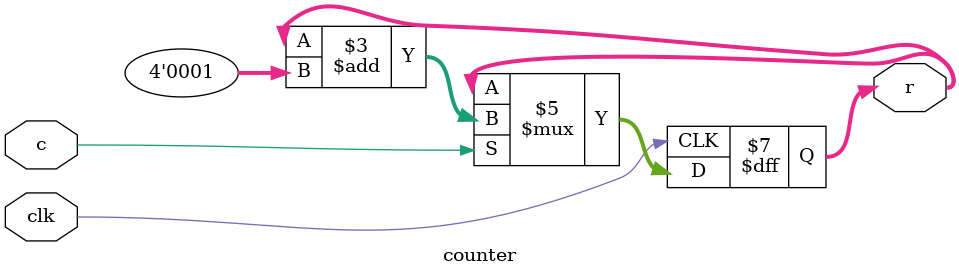
<source format=v>
module counter(clk, c, r); //this is the Enable Count

input clk;
input c; //count controller
output reg[3:0] r = 4'b0;

always @(posedge clk)
begin
    
    if (c == 1)
    begin
        r <= r + 4'b1;
    end
    
end

endmodule
</source>
